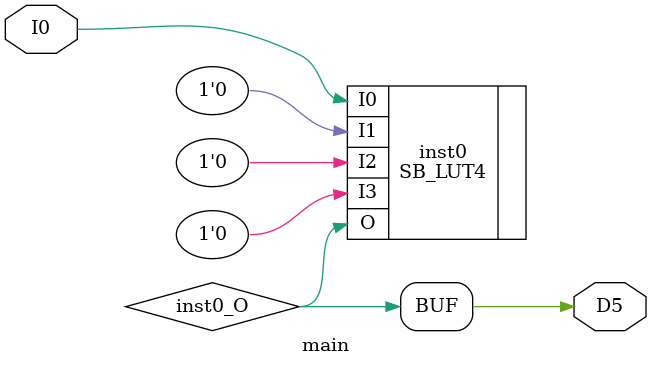
<source format=v>
module main (input  I0, output  D5);
wire  inst0_O;
SB_LUT4 #(.LUT_INIT(16'hAAAA)) inst0 (.I0(I0), .I1(1'b0), .I2(1'b0), .I3(1'b0), .O(inst0_O));
assign D5 = inst0_O;
endmodule


</source>
